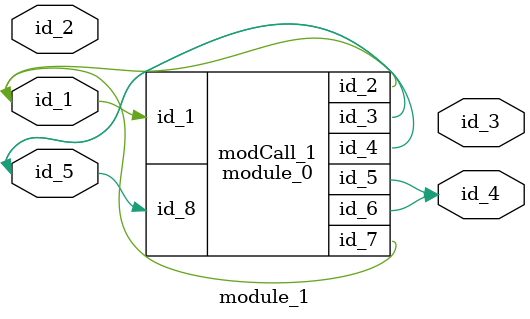
<source format=v>
module module_0 (
    id_1,
    id_2,
    id_3,
    id_4,
    id_5,
    id_6,
    id_7,
    id_8
);
  input wire id_8;
  inout wire id_7;
  output wire id_6;
  output wire id_5;
  inout wire id_4;
  output wire id_3;
  inout wire id_2;
  input wire id_1;
  wire id_9;
endmodule
module module_1 (
    id_1,
    id_2,
    id_3,
    id_4,
    id_5
);
  inout wire id_5;
  output wire id_4;
  output wire id_3;
  module_0 modCall_1 (
      id_1,
      id_1,
      id_5,
      id_5,
      id_4,
      id_4,
      id_1,
      id_5
  );
  input wire id_2;
  inout wire id_1;
endmodule

</source>
